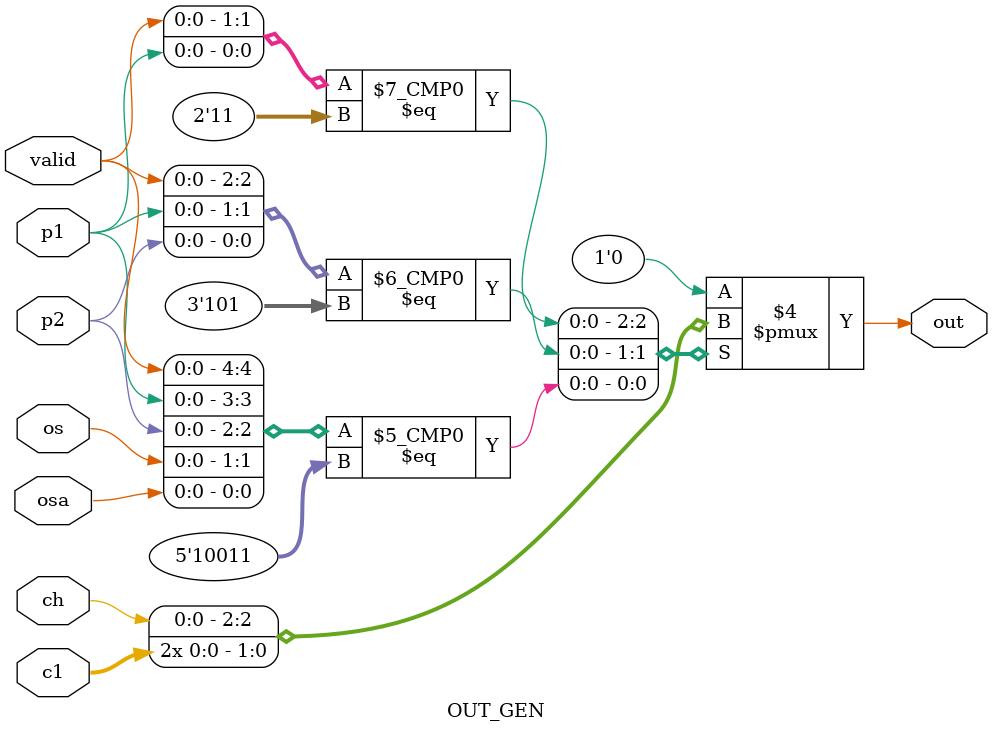
<source format=v>
module OUT_GEN (valid, p1, p2, os, osa, c1, ch, out);

    input valid, p1, p2, os, osa, c1, ch;
    output reg out;

    always @(valid or p1 or p2 or os or osa or c1 or ch)
        casex({valid, p1, p2, os, osa})
            5'b0xxxx: out = 1'b0;
            5'b11xxx: out = ch;
            5'b101xx: out = c1;
            5'b10011: out = c1;
            5'b10010: out = 1'b0;
            default: out = 1'b0;
        endcase

endmodule
</source>
